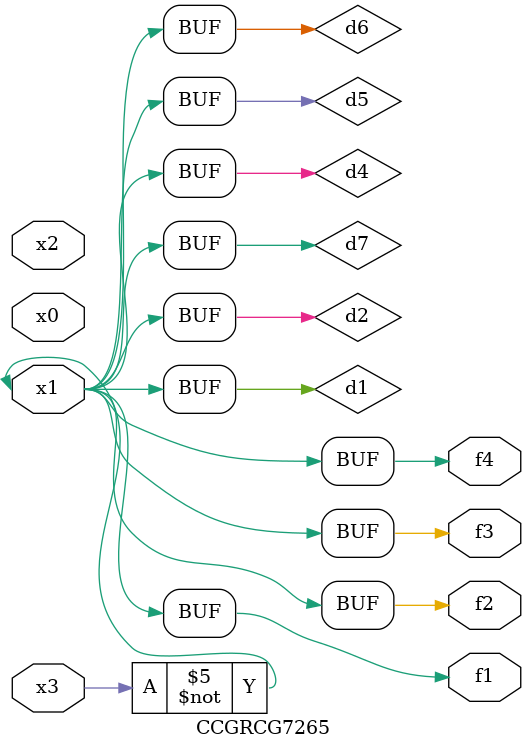
<source format=v>
module CCGRCG7265(
	input x0, x1, x2, x3,
	output f1, f2, f3, f4
);

	wire d1, d2, d3, d4, d5, d6, d7;

	not (d1, x3);
	buf (d2, x1);
	xnor (d3, d1, d2);
	nor (d4, d1);
	buf (d5, d1, d2);
	buf (d6, d4, d5);
	nand (d7, d4);
	assign f1 = d6;
	assign f2 = d7;
	assign f3 = d6;
	assign f4 = d6;
endmodule

</source>
